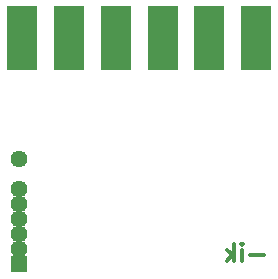
<source format=gbs>
G04 #@! TF.FileFunction,Soldermask,Bot*
%FSLAX46Y46*%
G04 Gerber Fmt 4.6, Leading zero omitted, Abs format (unit mm)*
G04 Created by KiCad (PCBNEW 4.0.5) date 11/08/17 14:45:23*
%MOMM*%
%LPD*%
G01*
G04 APERTURE LIST*
%ADD10C,0.100000*%
%ADD11C,0.300000*%
%ADD12R,1.441400X1.441400*%
%ADD13C,1.441400*%
%ADD14R,2.650000X5.400000*%
G04 APERTURE END LIST*
D10*
D11*
X195845714Y-61067143D02*
X194702857Y-61067143D01*
X193988571Y-61638571D02*
X193988571Y-60638571D01*
X193988571Y-60138571D02*
X194060000Y-60210000D01*
X193988571Y-60281429D01*
X193917143Y-60210000D01*
X193988571Y-60138571D01*
X193988571Y-60281429D01*
X193274285Y-61638571D02*
X193274285Y-60138571D01*
X193131428Y-61067143D02*
X192702857Y-61638571D01*
X192702857Y-60638571D02*
X193274285Y-61210000D01*
D12*
X175133000Y-61849000D03*
D13*
X175133000Y-60579000D03*
X175133000Y-59309000D03*
X175133000Y-58039000D03*
X175133000Y-56769000D03*
X175133000Y-55499000D03*
X175133000Y-52959000D03*
D14*
X175387000Y-42746000D03*
X179349400Y-42746000D03*
X183311800Y-42746000D03*
X187274200Y-42746000D03*
X191236600Y-42746000D03*
X195199000Y-42746000D03*
M02*

</source>
